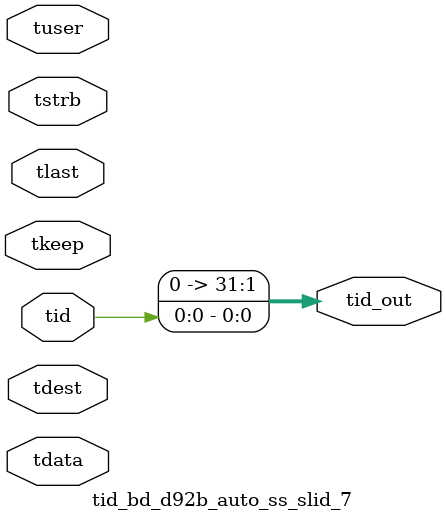
<source format=v>


`timescale 1ps/1ps

module tid_bd_d92b_auto_ss_slid_7 #
(
parameter C_S_AXIS_TID_WIDTH   = 1,
parameter C_S_AXIS_TUSER_WIDTH = 0,
parameter C_S_AXIS_TDATA_WIDTH = 0,
parameter C_S_AXIS_TDEST_WIDTH = 0,
parameter C_M_AXIS_TID_WIDTH   = 32
)
(
input  [(C_S_AXIS_TID_WIDTH   == 0 ? 1 : C_S_AXIS_TID_WIDTH)-1:0       ] tid,
input  [(C_S_AXIS_TDATA_WIDTH == 0 ? 1 : C_S_AXIS_TDATA_WIDTH)-1:0     ] tdata,
input  [(C_S_AXIS_TUSER_WIDTH == 0 ? 1 : C_S_AXIS_TUSER_WIDTH)-1:0     ] tuser,
input  [(C_S_AXIS_TDEST_WIDTH == 0 ? 1 : C_S_AXIS_TDEST_WIDTH)-1:0     ] tdest,
input  [(C_S_AXIS_TDATA_WIDTH/8)-1:0 ] tkeep,
input  [(C_S_AXIS_TDATA_WIDTH/8)-1:0 ] tstrb,
input                                                                    tlast,
output [(C_M_AXIS_TID_WIDTH   == 0 ? 1 : C_M_AXIS_TID_WIDTH)-1:0       ] tid_out
);

assign tid_out = {tid[0:0]};

endmodule


</source>
